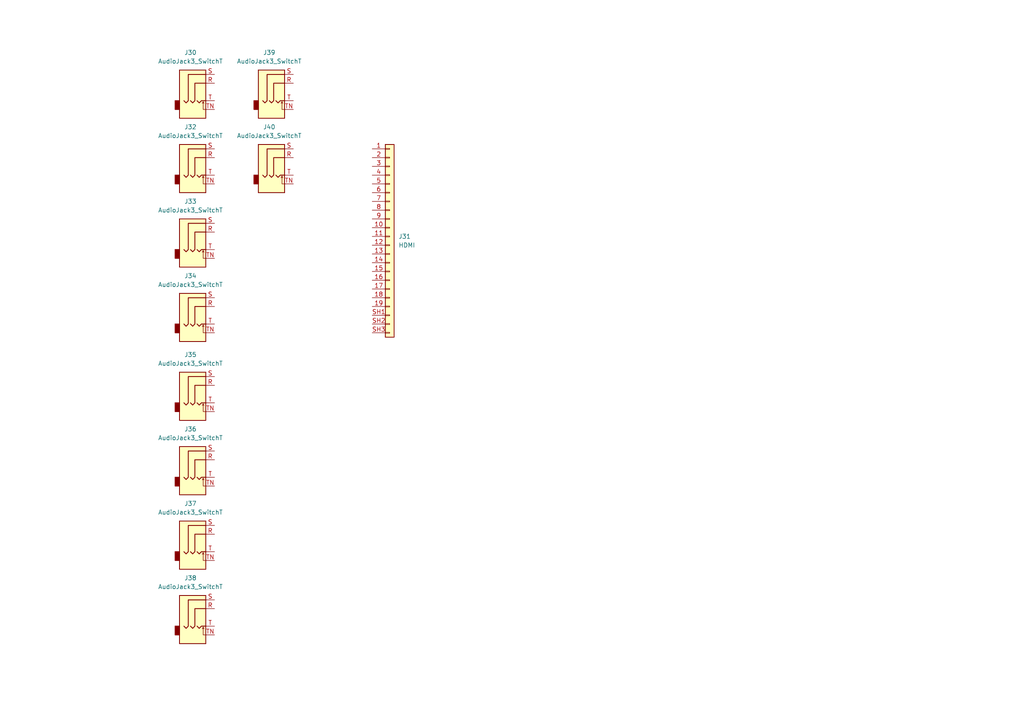
<source format=kicad_sch>
(kicad_sch (version 20231120) (generator "eeschema") (generator_version "8.0")
  (paper "A4")
  (title_block (title "Audio Thing Template") (rev "1.0") (company "velvia-fifty") (comment 1 "https://github.com/velvia-fifty/AudioThings") (comment 2 "You should have changed this already :)") (comment 4 "Stay humble"))
  (lib_symbols
    (symbol "AT-Symbols:HDMI" (pin_names (offset 1.016) hide)
      (property "Reference" "J26" (at 2.54 0.0001 0))
      (property "Value" "HDMI" (at 2.54 -2.5399 0))
      (symbol "HDMI_1_1"
        (rectangle (start -1.27 -27.813) (end 0 -28.067) (stroke (width 0.1524)))
        (rectangle (start -1.27 -25.273) (end 0 -25.527) (stroke (width 0.1524)))
        (rectangle (start -1.27 -22.733) (end 0 -22.987) (stroke (width 0.1524)))
        (rectangle (start -1.27 -20.193) (end 0 -20.447) (stroke (width 0.1524)))
        (rectangle (start -1.27 -17.653) (end 0 -17.907) (stroke (width 0.1524)))
        (rectangle (start -1.27 -15.113) (end 0 -15.367) (stroke (width 0.1524)))
        (rectangle (start -1.27 -12.573) (end 0 -12.827) (stroke (width 0.1524)))
        (rectangle (start -1.27 -10.033) (end 0 -10.287) (stroke (width 0.1524)))
        (rectangle (start -1.27 -7.493) (end 0 -7.747) (stroke (width 0.1524)))
        (rectangle (start -1.27 -4.953) (end 0 -5.207) (stroke (width 0.1524)))
        (rectangle (start -1.27 -2.413) (end 0 -2.667) (stroke (width 0.1524)))
        (rectangle (start -1.27 0.127) (end 0 -0.127) (stroke (width 0.1524)))
        (rectangle (start -1.27 2.667) (end 0 2.413) (stroke (width 0.1524)))
        (rectangle (start -1.27 5.207) (end 0 4.953) (stroke (width 0.1524)))
        (rectangle (start -1.27 7.747) (end 0 7.493) (stroke (width 0.1524)))
        (rectangle (start -1.27 10.287) (end 0 10.033) (stroke (width 0.1524)))
        (rectangle (start -1.27 12.827) (end 0 12.573) (stroke (width 0.1524)))
        (rectangle (start -1.27 15.367) (end 0 15.113) (stroke (width 0.1524)))
        (rectangle (start -1.27 17.907) (end 0 17.653) (stroke (width 0.1524)))
        (rectangle (start -1.27 20.447) (end 0 20.193) (stroke (width 0.1524)))
        (rectangle (start -1.27 22.987) (end 0 22.733) (stroke (width 0.1524)))
        (rectangle (start -1.27 25.527) (end 0 25.273) (stroke (width 0.1524)))
        (rectangle (start -1.27 26.67) (end 1.27 -29.21) (stroke (width 0.254)) (fill (type background)))
        (pin passive line (at -5.08 25.4 0) (length 3.81) (name "Pin_1") (number "1"))
        (pin passive line (at -5.08 2.54 0) (length 3.81) (name "Pin_10") (number "10"))
        (pin passive line (at -5.08 0 0) (length 3.81) (name "Pin_11") (number "11"))
        (pin passive line (at -5.08 -2.54 0) (length 3.81) (name "Pin_12") (number "12"))
        (pin passive line (at -5.08 -5.08 0) (length 3.81) (name "Pin_13") (number "13"))
        (pin passive line (at -5.08 -7.62 0) (length 3.81) (name "Pin_14") (number "14"))
        (pin passive line (at -5.08 -10.16 0) (length 3.81) (name "Pin_15") (number "15"))
        (pin passive line (at -5.08 -12.7 0) (length 3.81) (name "Pin_16") (number "16"))
        (pin passive line (at -5.08 -15.24 0) (length 3.81) (name "Pin_17") (number "17"))
        (pin passive line (at -5.08 -17.78 0) (length 3.81) (name "Pin_18") (number "18"))
        (pin passive line (at -5.08 -20.32 0) (length 3.81) (name "Pin_19") (number "19"))
        (pin passive line (at -5.08 22.86 0) (length 3.81) (name "Pin_2") (number "2"))
        (pin passive line (at -5.08 20.32 0) (length 3.81) (name "Pin_3") (number "3"))
        (pin passive line (at -5.08 17.78 0) (length 3.81) (name "Pin_4") (number "4"))
        (pin passive line (at -5.08 15.24 0) (length 3.81) (name "Pin_5") (number "5"))
        (pin passive line (at -5.08 12.7 0) (length 3.81) (name "Pin_6") (number "6"))
        (pin passive line (at -5.08 10.16 0) (length 3.81) (name "Pin_7") (number "7"))
        (pin passive line (at -5.08 7.62 0) (length 3.81) (name "Pin_8") (number "8"))
        (pin passive line (at -5.08 5.08 0) (length 3.81) (name "Pin_9") (number "9"))
        (pin passive line (at -5.08 -22.86 0) (length 3.81) (name "SH1") (number "SH1"))
        (pin passive line (at -5.08 -25.4 0) (length 3.81) (name "SH2") (number "SH2"))
        (pin passive line (at -5.08 -27.94 0) (length 3.81) (name "SH3") (number "SH3"))
      )
    )
    (symbol "Connector_Audio:AudioJack3_SwitchT"
      (property "Reference" "J" (at 0 8.89 0))
      (property "Value" "AudioJack3_SwitchT" (at 0 6.35 0))
      (symbol "AudioJack3_SwitchT_0_1"
        (rectangle (start -5.08 -5.08) (end -6.35 -7.62) (stroke (width 0.254)) (fill (type outline)))
        (polyline (pts (xy 1.778 -5.334) (xy 2.032 -5.842)))
        (polyline (pts (xy 0 -5.08) (xy 0.635 -5.715) (xy 1.27 -5.08) (xy 2.54 -5.08)) (stroke (width 0.254)))
        (polyline (pts (xy 2.54 -7.62) (xy 1.778 -7.62) (xy 1.778 -5.334) (xy 1.524 -5.842)))
        (polyline (pts (xy -1.905 -5.08) (xy -1.27 -5.715) (xy -0.635 -5.08) (xy -0.635 0) (xy 2.54 0)) (stroke (width 0.254)))
        (polyline (pts (xy 2.54 2.54) (xy -2.54 2.54) (xy -2.54 -5.08) (xy -3.175 -5.715) (xy -3.81 -5.08)) (stroke (width 0.254)))
        (rectangle (start 2.54 3.81) (end -5.08 -10.16) (stroke (width 0.254)) (fill (type background)))
      )
      (symbol "AudioJack3_SwitchT_1_1"
        (pin passive line (at 5.08 0 180) (length 2.54) (name "~") (number "R"))
        (pin passive line (at 5.08 2.54 180) (length 2.54) (name "~") (number "S"))
        (pin passive line (at 5.08 -5.08 180) (length 2.54) (name "~") (number "T"))
        (pin passive line (at 5.08 -7.62 180) (length 2.54) (name "~") (number "TN"))
      )
    )
  )
  (symbol (lib_id "Connector_Audio:AudioJack3_SwitchT") (at 57.15 24.13 0) (unit 1)
    (property "Reference" "J30" (at 55.245 15.24 0))
    (property "Value" "AudioJack3_SwitchT" (at 55.245 17.78 0))
    (property "Footprint" "AT-Footprints:SJ3-3505" (effects (hide yes)))
    (property "Description" "Audio Jack, 3 Poles (Stereo / TRS), Switched T Pole (Normalling)" (effects (hide yes)))
  )
  (symbol (lib_id "Connector_Audio:AudioJack3_SwitchT") (at 57.15 133.35 0) (unit 1)
    (property "Reference" "J36" (at 55.245 124.46 0))
    (property "Value" "AudioJack3_SwitchT" (at 55.245 127 0))
    (property "Footprint" "AT-Footprints:SJ3-3505" (effects (hide yes)))
    (property "Description" "Audio Jack, 3 Poles (Stereo / TRS), Switched T Pole (Normalling)" (effects (hide yes)))
  )
  (symbol (lib_id "Connector_Audio:AudioJack3_SwitchT") (at 57.15 88.9 0) (unit 1)
    (property "Reference" "J34" (at 55.245 80.01 0))
    (property "Value" "AudioJack3_SwitchT" (at 55.245 82.55 0))
    (property "Footprint" "AT-Footprints:SJ3-3505" (effects (hide yes)))
    (property "Description" "Audio Jack, 3 Poles (Stereo / TRS), Switched T Pole (Normalling)" (effects (hide yes)))
  )
  (symbol (lib_id "Connector_Audio:AudioJack3_SwitchT") (at 57.15 176.53 0) (unit 1)
    (property "Reference" "J38" (at 55.245 167.64 0))
    (property "Value" "AudioJack3_SwitchT" (at 55.245 170.18 0))
    (property "Footprint" "AT-Footprints:SJ3-3505" (effects (hide yes)))
    (property "Description" "Audio Jack, 3 Poles (Stereo / TRS), Switched T Pole (Normalling)" (effects (hide yes)))
  )
  (symbol (lib_id "AT-Symbols:HDMI") (at 113.03 68.58 0) (unit 1)
    (property "Reference" "J31" (at 115.57 68.5799 0) (effects (justify left)))
    (property "Value" "HDMI" (at 115.57 71.1199 0) (effects (justify left)))
    (property "Footprint" "AT-Footprints:AMPHENOL_10078837-001LF" (effects (hide yes)))
    (property "Description" "Generic connector, single row, 01x22, script generated (kicad-library-utils/schlib/autogen/connector/)" (effects (hide yes)))
  )
  (symbol (lib_id "Connector_Audio:AudioJack3_SwitchT") (at 57.15 45.72 0) (unit 1)
    (property "Reference" "J32" (at 55.245 36.83 0))
    (property "Value" "AudioJack3_SwitchT" (at 55.245 39.37 0))
    (property "Footprint" "AT-Footprints:SJ3-3505" (effects (hide yes)))
    (property "Description" "Audio Jack, 3 Poles (Stereo / TRS), Switched T Pole (Normalling)" (effects (hide yes)))
  )
  (symbol (lib_id "Connector_Audio:AudioJack3_SwitchT") (at 57.15 67.31 0) (unit 1)
    (property "Reference" "J33" (at 55.245 58.42 0))
    (property "Value" "AudioJack3_SwitchT" (at 55.245 60.96 0))
    (property "Footprint" "AT-Footprints:SJ3-3505" (effects (hide yes)))
    (property "Description" "Audio Jack, 3 Poles (Stereo / TRS), Switched T Pole (Normalling)" (effects (hide yes)))
  )
  (symbol (lib_id "Connector_Audio:AudioJack3_SwitchT") (at 80.01 45.72 0) (unit 1)
    (property "Reference" "J40" (at 78.105 36.83 0))
    (property "Value" "AudioJack3_SwitchT" (at 78.105 39.37 0))
    (property "Footprint" "AT-Footprints:SJ3-3505" (effects (hide yes)))
    (property "Description" "Audio Jack, 3 Poles (Stereo / TRS), Switched T Pole (Normalling)" (effects (hide yes)))
  )
  (symbol (lib_id "Connector_Audio:AudioJack3_SwitchT") (at 57.15 111.76 0) (unit 1)
    (property "Reference" "J35" (at 55.245 102.87 0))
    (property "Value" "AudioJack3_SwitchT" (at 55.245 105.41 0))
    (property "Footprint" "AT-Footprints:SJ3-3505" (effects (hide yes)))
    (property "Description" "Audio Jack, 3 Poles (Stereo / TRS), Switched T Pole (Normalling)" (effects (hide yes)))
  )
  (symbol (lib_id "Connector_Audio:AudioJack3_SwitchT") (at 80.01 24.13 0) (unit 1)
    (property "Reference" "J39" (at 78.105 15.24 0))
    (property "Value" "AudioJack3_SwitchT" (at 78.105 17.78 0))
    (property "Footprint" "AT-Footprints:SJ3-3505" (effects (hide yes)))
    (property "Description" "Audio Jack, 3 Poles (Stereo / TRS), Switched T Pole (Normalling)" (effects (hide yes)))
  )
  (symbol (lib_id "Connector_Audio:AudioJack3_SwitchT") (at 57.15 154.94 0) (unit 1)
    (property "Reference" "J37" (at 55.245 146.05 0))
    (property "Value" "AudioJack3_SwitchT" (at 55.245 148.59 0))
    (property "Footprint" "AT-Footprints:SJ3-3505" (effects (hide yes)))
    (property "Description" "Audio Jack, 3 Poles (Stereo / TRS), Switched T Pole (Normalling)" (effects (hide yes)))
  )
)
</source>
